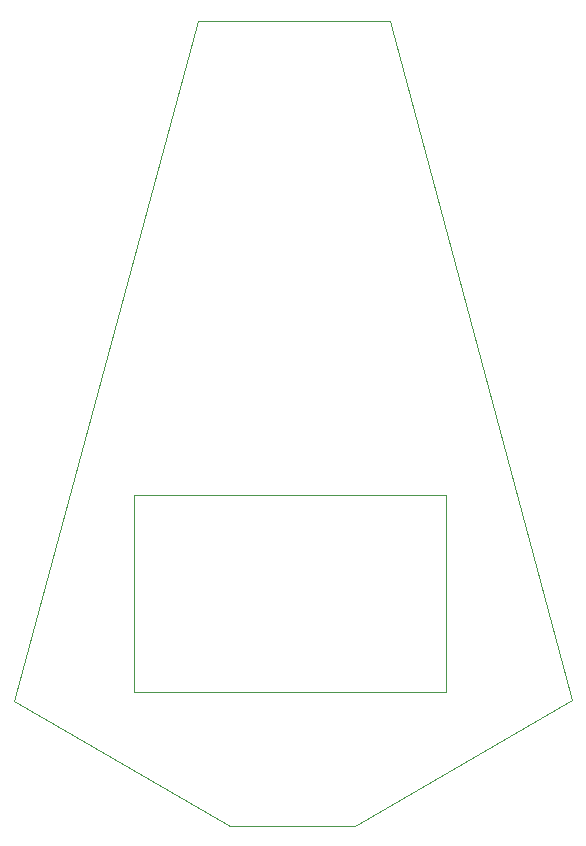
<source format=gm1>
%TF.GenerationSoftware,KiCad,Pcbnew,8.0.4*%
%TF.CreationDate,2024-08-16T14:14:41+09:00*%
%TF.ProjectId,TrueStrike42-cover,54727565-5374-4726-996b-6534322d636f,rev?*%
%TF.SameCoordinates,Original*%
%TF.FileFunction,Profile,NP*%
%FSLAX46Y46*%
G04 Gerber Fmt 4.6, Leading zero omitted, Abs format (unit mm)*
G04 Created by KiCad (PCBNEW 8.0.4) date 2024-08-16 14:14:41*
%MOMM*%
%LPD*%
G01*
G04 APERTURE LIST*
%TA.AperFunction,Profile*%
%ADD10C,0.050000*%
%TD*%
G04 APERTURE END LIST*
D10*
X156430000Y-74940000D02*
X140190000Y-74930000D01*
X140190000Y-74930000D02*
X124636111Y-132501988D01*
X171873889Y-132431988D02*
X156430000Y-74940000D01*
X134780000Y-115110000D02*
X161220000Y-115110000D01*
X161220000Y-131740000D01*
X134780000Y-131740000D01*
X134780000Y-115110000D01*
X142938887Y-143080648D02*
X153460000Y-143080000D01*
X124636111Y-132501988D02*
X142938887Y-143080648D01*
X153460000Y-143080000D02*
X171873889Y-132431988D01*
M02*

</source>
